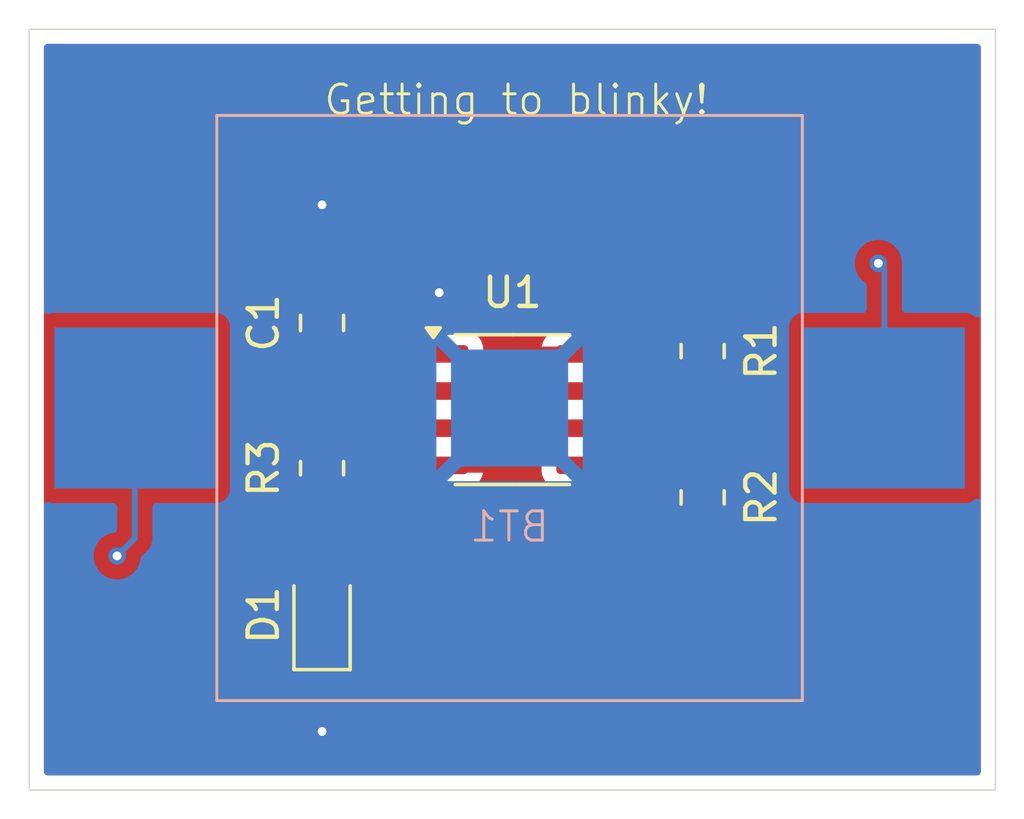
<source format=kicad_pcb>
(kicad_pcb (version 20241229) (generator "pcbnew") (generator_version "9.0")
  (layers (0 "F.Cu" signal) (2 "B.Cu" signal) (13 "F.Paste" user) (15 "B.Paste" user) (5 "F.SilkS" user "F.Silkscreen") (7 "B.SilkS" user "B.Silkscreen") (1 "F.Mask" user) (3 "B.Mask" user) (25 "Edge.Cuts" user))
  (net 0 "")
  (net 1 "GND")
  (net 2 "Net-(U1-THR)")
  (net 3 "Net-(D1-A)")
  (net 4 "Net-(U1-DIS)")
  (net 5 "Net-(U1-OUT)")
  (net 7 "/VDD")
  (footprint "Resistor_SMD:R_0805_2012Metric_Pad1.20x1.40mm_HandSolder" (layer "F.Cu") (at 145 95 -90)
    (property "Reference" "R2" (at 0 -2 90) (layer "F.SilkS"))
    (property "Value" "470k")
    (fp_line (start -0.227064 0.735) (end 0.227064 0.735) (stroke (width 0.12)) (layer "F.SilkS"))
    (fp_line (start -0.227064 -0.735) (end 0.227064 -0.735) (stroke (width 0.12)) (layer "F.SilkS"))
    (pad "1" smd roundrect (at -1 0 270) (size 1.2 1.4) (layers "F.Cu" "F.Mask" "F.Paste") (roundrect_rratio 0.208333) (net 4 "Net-(U1-DIS)"))
    (pad "2" smd roundrect (at 1 0 270) (size 1.2 1.4) (layers "F.Cu" "F.Mask" "F.Paste") (roundrect_rratio 0.208333) (net 2 "Net-(U1-THR)"))
  )
  (footprint "LED_SMD:LED_0805_2012Metric_Pad1.15x1.40mm_HandSolder" (layer "F.Cu") (at 132 99.025 90)
    (property "Reference" "D1" (at 0 -2 90) (layer "F.SilkS"))
    (property "Value" "LED")
    (fp_line (start 1 -0.96) (end -1.86 -0.96) (stroke (width 0.12)) (layer "F.SilkS"))
    (fp_line (start -1.86 -0.96) (end -1.86 0.96) (stroke (width 0.12)) (layer "F.SilkS"))
    (fp_line (start -1.86 0.96) (end 1 0.96) (stroke (width 0.12)) (layer "F.SilkS"))
    (pad "1" smd roundrect (at -1.025 0 90) (size 1.15 1.4) (layers "F.Cu" "F.Mask" "F.Paste") (roundrect_rratio 0.217391) (net 1 "GND"))
    (pad "2" smd roundrect (at 1.025 0 90) (size 1.15 1.4) (layers "F.Cu" "F.Mask" "F.Paste") (roundrect_rratio 0.217391) (net 3 "Net-(D1-A)"))
  )
  (footprint "Capacitor_SMD:C_0805_2012Metric_Pad1.18x1.45mm_HandSolder" (layer "F.Cu") (at 132 89.0375 90)
    (property "Reference" "C1" (at 0 -2 90) (layer "F.SilkS"))
    (property "Value" "1uF")
    (fp_line (start -0.261252 -0.735) (end 0.261252 -0.735) (stroke (width 0.12)) (layer "F.SilkS"))
    (fp_line (start -0.261252 0.735) (end 0.261252 0.735) (stroke (width 0.12)) (layer "F.SilkS"))
    (pad "1" smd roundrect (at -1.0375 0 90) (size 1.175 1.45) (layers "F.Cu" "F.Mask" "F.Paste") (roundrect_rratio 0.212766) (net 2 "Net-(U1-THR)"))
    (pad "2" smd roundrect (at 1.0375 0 90) (size 1.175 1.45) (layers "F.Cu" "F.Mask" "F.Paste") (roundrect_rratio 0.212766) (net 1 "GND"))
  )
  (footprint "Resistor_SMD:R_0805_2012Metric_Pad1.20x1.40mm_HandSolder" (layer "F.Cu") (at 145 90 -90)
    (property "Reference" "R1" (at 0 -2 90) (layer "F.SilkS"))
    (property "Value" "1k")
    (fp_line (start -0.227064 0.735) (end 0.227064 0.735) (stroke (width 0.12)) (layer "F.SilkS"))
    (fp_line (start -0.227064 -0.735) (end 0.227064 -0.735) (stroke (width 0.12)) (layer "F.SilkS"))
    (pad "1" smd roundrect (at -1 0 270) (size 1.2 1.4) (layers "F.Cu" "F.Mask" "F.Paste") (roundrect_rratio 0.208333) (net 7 "/VDD"))
    (pad "2" smd roundrect (at 1 0 270) (size 1.2 1.4) (layers "F.Cu" "F.Mask" "F.Paste") (roundrect_rratio 0.208333) (net 4 "Net-(U1-DIS)"))
  )
  (footprint "Package_SO:SOIC-8_3.9x4.9mm_P1.27mm" (layer "F.Cu") (at 138.5 92)
    (property "Reference" "U1" (at 0 -4 0) (layer "F.SilkS"))
    (property "Value" "~")
    (fp_line (start 0 -2.56) (end -1.95 -2.56) (stroke (width 0.12)) (layer "F.SilkS"))
    (fp_line (start 0 -2.56) (end 1.95 -2.56) (stroke (width 0.12)) (layer "F.SilkS"))
    (fp_line (start 0 2.56) (end -1.95 2.56) (stroke (width 0.12)) (layer "F.SilkS"))
    (fp_line (start 0 2.56) (end 1.95 2.56) (stroke (width 0.12)) (layer "F.SilkS"))
    (fp_poly (pts (xy -2.7 -2.465) (xy -2.94 -2.795) (xy -2.46 -2.795) (xy -2.7 -2.465)) (stroke (width 0.12)) (fill yes) (layer "F.SilkS"))
    (pad "1" smd roundrect (at -2.475 -1.905) (size 1.95 0.6) (layers "F.Cu" "F.Mask" "F.Paste") (net 1 "GND"))
    (pad "2" smd roundrect (at -2.475 -0.635) (size 1.95 0.6) (layers "F.Cu" "F.Mask" "F.Paste") (net 2 "Net-(U1-THR)"))
    (pad "3" smd roundrect (at -2.475 0.635) (size 1.95 0.6) (layers "F.Cu" "F.Mask" "F.Paste") (net 5 "Net-(U1-OUT)"))
    (pad "4" smd roundrect (at -2.475 1.905) (size 1.95 0.6) (layers "F.Cu" "F.Mask" "F.Paste") (net 7 "/VDD"))
    (pad "5" smd roundrect (at 2.475 1.905) (size 1.95 0.6) (layers "F.Cu" "F.Mask" "F.Paste"))
    (pad "6" smd roundrect (at 2.475 0.635) (size 1.95 0.6) (layers "F.Cu" "F.Mask" "F.Paste") (net 2 "Net-(U1-THR)"))
    (pad "7" smd roundrect (at 2.475 -0.635) (size 1.95 0.6) (layers "F.Cu" "F.Mask" "F.Paste") (net 4 "Net-(U1-DIS)"))
    (pad "8" smd roundrect (at 2.475 -1.905) (size 1.95 0.6) (layers "F.Cu" "F.Mask" "F.Paste") (net 7 "/VDD"))
  )
  (footprint "Resistor_SMD:R_0805_2012Metric_Pad1.20x1.40mm_HandSolder" (layer "F.Cu") (at 132 94 -90)
    (property "Reference" "R3" (at 0 2 90) (layer "F.SilkS"))
    (property "Value" "1k")
    (fp_line (start -0.227064 0.735) (end 0.227064 0.735) (stroke (width 0.12)) (layer "F.SilkS"))
    (fp_line (start -0.227064 -0.735) (end 0.227064 -0.735) (stroke (width 0.12)) (layer "F.SilkS"))
    (pad "1" smd roundrect (at -1 0 270) (size 1.2 1.4) (layers "F.Cu" "F.Mask" "F.Paste") (roundrect_rratio 0.208333) (net 5 "Net-(U1-OUT)"))
    (pad "2" smd roundrect (at 1 0 270) (size 1.2 1.4) (layers "F.Cu" "F.Mask" "F.Paste") (roundrect_rratio 0.208333) (net 3 "Net-(D1-A)"))
  )
  (footprint "myown:battery holder" (layer "B.Cu") (at 138.405 91.945 180)
    (property "Reference" "BT1" (at 0 -4.055 0) (layer "B.SilkS") (effects (font (thickness 0.1)) (justify mirror)))
    (property "Value" "CR2032")
    (fp_line (start 10 10) (end 10 -10) (stroke (width 0.1)) (layer "B.SilkS"))
    (fp_line (start 10 -10) (end -10 -10) (stroke (width 0.1)) (layer "B.SilkS"))
    (fp_line (start -10 10) (end 10 10) (stroke (width 0.1)) (layer "B.SilkS"))
    (fp_line (start -10 -10) (end -10 10) (stroke (width 0.1)) (layer "B.SilkS"))
    (pad "1" smd rect (at -12.8 0 180) (size 5.5 5.5) (layers "B.Cu" "B.Mask" "B.Paste") (net 7 "/VDD"))
    (pad "1" smd rect (at 12.8 0 180) (size 5.5 5.5) (layers "B.Cu" "B.Mask" "B.Paste") (net 7 "/VDD"))
    (pad "2" smd rect (at 0 0 180) (size 4 4) (layers "B.Cu" "B.Mask" "B.Paste") (net 1 "GND"))
  )
  (gr_rect (start 122 79) (end 155 105) (stroke (width 0.05)) (fill no) (layer "Edge.Cuts"))
  (gr_text "Getting to blinky!" (at 132 82 0) (layer "F.SilkS") (effects (font (size 1 1) (thickness 0.1)) (justify left bottom)))
  (segment (start 132 100.05) (end 132 103) (width 0.2) (layer "F.Cu") (net 1))
  (segment (start 136.025 88.025) (end 136 88) (width 0.2) (layer "F.Cu") (net 1))
  (segment (start 136.025 90.095) (end 136.025 88.025) (width 0.2) (layer "F.Cu") (net 1))
  (segment (start 132 88) (end 132 85) (width 0.2) (layer "F.Cu") (net 1))
  (via (at 132 85) (size 0.6) (drill 0.3) (layers "F.Cu" "B.Cu") (net 1))
  (via (at 136 88) (size 0.6) (drill 0.3) (layers "F.Cu" "B.Cu") (net 1))
  (via (at 132 103) (size 0.6) (drill 0.3) (layers "F.Cu" "B.Cu") (net 1))
  (segment (start 136 88) (end 137 88) (width 0.2) (layer "B.Cu") (net 1))
  (segment (start 132 85) (end 134 85) (width 0.2) (layer "B.Cu") (net 1))
  (segment (start 132 103) (end 133 103) (width 0.2) (layer "B.Cu") (net 1))
  (segment (start 138.365 91.365) (end 136.025 91.365) (width 0.2) (layer "F.Cu") (net 2))
  (segment (start 140.975 92.635) (end 142.635 92.635) (width 0.2) (layer "F.Cu") (net 2))
  (segment (start 133.275 90.075) (end 134.565 91.365) (width 0.2) (layer "F.Cu") (net 2))
  (segment (start 132 90.075) (end 133.275 90.075) (width 0.2) (layer "F.Cu") (net 2))
  (segment (start 143 95.6) (end 143.4 96) (width 0.2) (layer "F.Cu") (net 2))
  (segment (start 143 93) (end 143 95.6) (width 0.2) (layer "F.Cu") (net 2))
  (segment (start 143.4 96) (end 145 96) (width 0.2) (layer "F.Cu") (net 2))
  (segment (start 140.975 92.635) (end 139.635 92.635) (width 0.2) (layer "F.Cu") (net 2))
  (segment (start 139.635 92.635) (end 138.365 91.365) (width 0.2) (layer "F.Cu") (net 2))
  (segment (start 142.635 92.635) (end 143 93) (width 0.2) (layer "F.Cu") (net 2))
  (segment (start 134.565 91.365) (end 136.025 91.365) (width 0.2) (layer "F.Cu") (net 2))
  (segment (start 132 95) (end 132 98) (width 0.2) (layer "F.Cu") (net 3))
  (segment (start 145 94) (end 145 91) (width 0.2) (layer "F.Cu") (net 4))
  (segment (start 143.135 91.365) (end 143.5 91) (width 0.2) (layer "F.Cu") (net 4))
  (segment (start 140.975 91.365) (end 143.135 91.365) (width 0.2) (layer "F.Cu") (net 4))
  (segment (start 143.5 91) (end 145 91) (width 0.2) (layer "F.Cu") (net 4))
  (segment (start 132 93) (end 132.7 93) (width 0.2) (layer "F.Cu") (net 5))
  (segment (start 133.3 92.4) (end 134.2 92.4) (width 0.2) (layer "F.Cu") (net 5))
  (segment (start 132.7 93) (end 133.3 92.4) (width 0.2) (layer "F.Cu") (net 5))
  (segment (start 134.2 92.4) (end 134.435 92.635) (width 0.2) (layer "F.Cu") (net 5))
  (segment (start 134.435 92.635) (end 136.025 92.635) (width 0.2) (layer "F.Cu") (net 5))
  (segment (start 140.975 90.095) (end 142.805 90.095) (width 0.2) (layer "F.Cu") (net 7))
  (segment (start 125 97) (end 125 98) (width 0.2) (layer "F.Cu") (net 7))
  (segment (start 142.805 90.095) (end 143.9 89) (width 0.2) (layer "F.Cu") (net 7))
  (segment (start 151 87) (end 150 86) (width 0.2) (layer "F.Cu") (net 7))
  (segment (start 143.9 89) (end 145 89) (width 0.2) (layer "F.Cu") (net 7))
  (via (at 151 87) (size 0.6) (drill 0.3) (layers "F.Cu" "B.Cu") (net 7))
  (via (at 125 97) (size 0.6) (drill 0.3) (layers "F.Cu" "B.Cu") (net 7))
  (segment (start 151.205 91.945) (end 151.205 87.205) (width 0.2) (layer "B.Cu") (net 7))
  (segment (start 125.605 96.395) (end 125 97) (width 0.2) (layer "B.Cu") (net 7))
  (segment (start 125.605 91.945) (end 125.605 96.395) (width 0.2) (layer "B.Cu") (net 7))
  (segment (start 151.205 87.205) (end 151 87) (width 0.2) (layer "B.Cu") (net 7))
  (zone (net 7) (net_name "/VDD") (layer "F.Cu") (connect_pads (clearance 0.5)) (min_thickness 0.25) (fill yes (thermal_gap 0.5) (thermal_bridge_width 0.5))
    (polygon (pts (xy 121 78) (xy 121 106) (xy 156 106) (xy 156 78)))
  )
  (zone (net 1) (net_name "GND") (layer "B.Cu") (connect_pads (clearance 0.5)) (min_thickness 0.25) (fill yes (thermal_gap 0.5) (thermal_bridge_width 0.5))
    (polygon (pts (xy 121 78) (xy 121 106) (xy 156 106) (xy 156 78)))
  )
)
</source>
